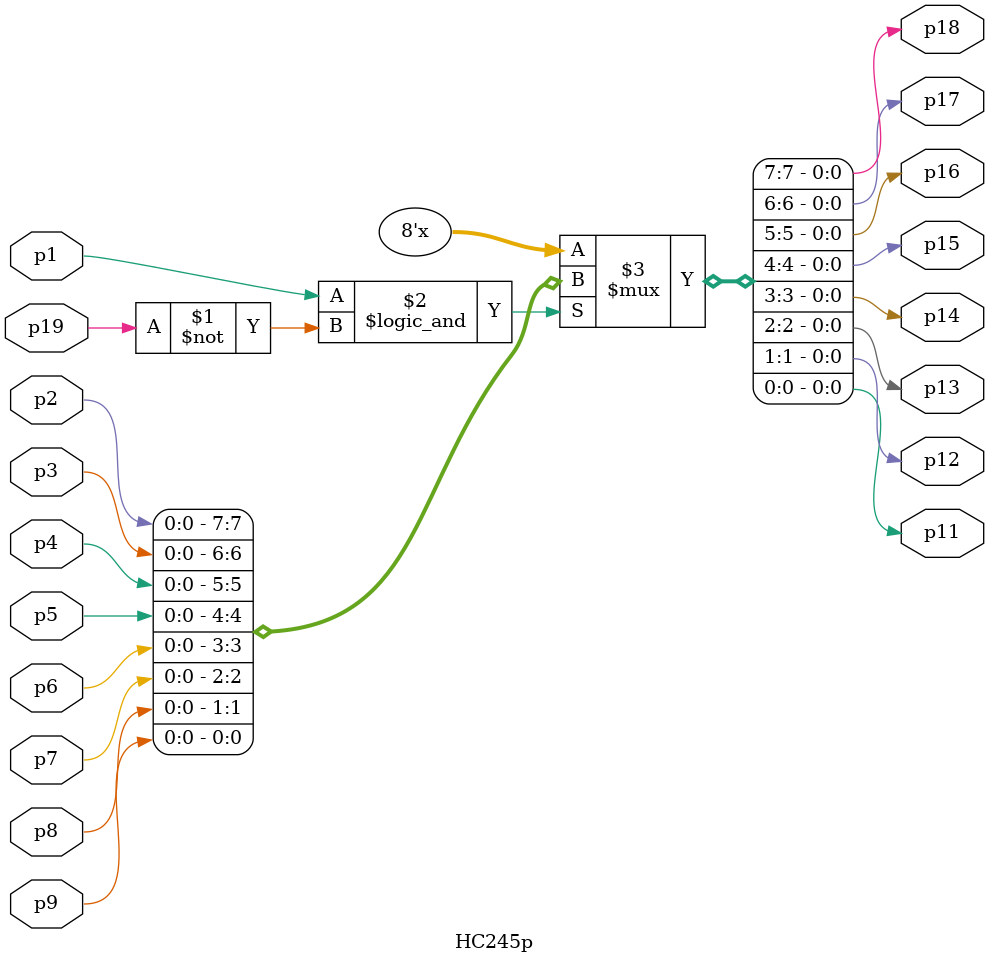
<source format=v>

module HC245p(
    input wire p2,p3,p4,p5,p6,p7,p8,p9,
	output wire p18,p17,p16,p15,p14,p13,p12,p11,
	input wire p1,p19
);

assign {p18,p17,p16,p15,p14,p13,p12,p11} = (p1 && ~p19)?{p2,p3,p4,p5,p6,p7,p8,p9}:8'bZZZZZZZZ;

endmodule
</source>
